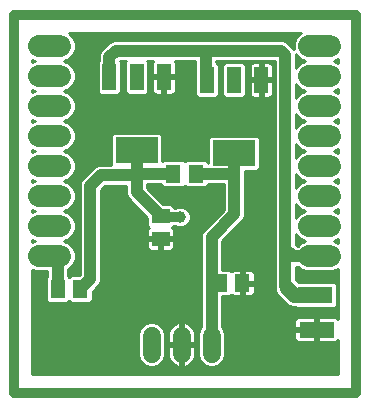
<source format=gtl>
G75*
%MOIN*%
%OFA0B0*%
%FSLAX25Y25*%
%IPPOS*%
%LPD*%
%AMOC8*
5,1,8,0,0,1.08239X$1,22.5*
%
%ADD10C,0.03200*%
%ADD11C,0.07200*%
%ADD12C,0.06000*%
%ADD13R,0.05906X0.05118*%
%ADD14R,0.04800X0.08800*%
%ADD15R,0.14173X0.08661*%
%ADD16R,0.05118X0.06299*%
%ADD17R,0.05118X0.05906*%
%ADD18R,0.11811X0.05354*%
%ADD19C,0.04000*%
%ADD20C,0.05000*%
%ADD21C,0.01000*%
%ADD22C,0.03962*%
D10*
X0002600Y0002600D02*
X0116773Y0002600D01*
X0116773Y0128584D01*
X0002600Y0128584D01*
X0002600Y0002600D01*
X0054100Y0060836D02*
X0054364Y0061100D01*
X0058100Y0061100D01*
D11*
X0018200Y0058100D02*
X0011000Y0058100D01*
X0011000Y0068100D02*
X0018200Y0068100D01*
X0018200Y0078100D02*
X0011000Y0078100D01*
X0011000Y0088100D02*
X0018200Y0088100D01*
X0018200Y0098100D02*
X0011000Y0098100D01*
X0011000Y0108100D02*
X0018200Y0108100D01*
X0018200Y0118100D02*
X0011000Y0118100D01*
X0011000Y0048100D02*
X0018200Y0048100D01*
X0101000Y0048100D02*
X0108200Y0048100D01*
X0108200Y0058100D02*
X0101000Y0058100D01*
X0101000Y0068100D02*
X0108200Y0068100D01*
X0108200Y0078100D02*
X0101000Y0078100D01*
X0101000Y0088100D02*
X0108200Y0088100D01*
X0108200Y0098100D02*
X0101000Y0098100D01*
X0101000Y0108100D02*
X0108200Y0108100D01*
X0108200Y0118100D02*
X0101000Y0118100D01*
D12*
X0068600Y0021600D02*
X0068600Y0015600D01*
X0058600Y0015600D02*
X0058600Y0021600D01*
X0048600Y0021600D02*
X0048600Y0015600D01*
D13*
X0051600Y0053860D03*
X0051600Y0061340D03*
D14*
X0067000Y0106800D03*
X0076100Y0106800D03*
X0085200Y0106800D03*
X0052700Y0107800D03*
X0043600Y0107800D03*
X0034500Y0107800D03*
D15*
X0043600Y0083399D03*
X0076100Y0082399D03*
D16*
X0063340Y0075600D03*
X0055860Y0075600D03*
X0024840Y0037100D03*
X0017360Y0037100D03*
D17*
X0071360Y0039100D03*
X0078840Y0039100D03*
D18*
X0103100Y0035100D03*
X0103600Y0023600D03*
D19*
X0093600Y0037600D02*
X0093100Y0038100D01*
X0093100Y0050600D01*
X0093100Y0115100D01*
X0091600Y0116600D01*
X0066600Y0116600D01*
X0066600Y0107200D01*
X0067000Y0106800D01*
X0066600Y0116600D02*
X0036600Y0116600D01*
X0034500Y0114500D01*
X0034500Y0107800D01*
X0043600Y0083399D02*
X0043600Y0075600D01*
X0055860Y0075600D01*
X0063340Y0075600D02*
X0076100Y0075600D01*
X0076100Y0082399D01*
X0076100Y0075600D02*
X0076100Y0062100D01*
X0068600Y0054600D01*
X0068600Y0038600D01*
X0070860Y0038600D01*
X0071360Y0039100D01*
X0068600Y0038600D02*
X0068600Y0018600D01*
X0095600Y0048100D02*
X0093100Y0050600D01*
X0095600Y0048100D02*
X0104600Y0048100D01*
X0051600Y0061340D02*
X0043600Y0069340D01*
X0043600Y0075100D01*
X0031600Y0075100D01*
X0028100Y0071600D01*
X0028100Y0040360D01*
X0024840Y0037100D01*
X0017360Y0037100D02*
X0017360Y0045340D01*
X0014600Y0048100D01*
X0043600Y0075100D02*
X0043600Y0075600D01*
D20*
X0093600Y0037600D02*
X0096100Y0035100D01*
X0103100Y0035100D01*
D21*
X0097580Y0039277D02*
X0096600Y0040257D01*
X0096600Y0044600D01*
X0097288Y0044600D01*
X0098111Y0043776D01*
X0099986Y0043000D01*
X0109214Y0043000D01*
X0110673Y0043604D01*
X0110673Y0027231D01*
X0110427Y0027477D01*
X0110084Y0027675D01*
X0109703Y0027777D01*
X0104100Y0027777D01*
X0104100Y0024100D01*
X0103100Y0024100D01*
X0103100Y0027777D01*
X0097497Y0027777D01*
X0097116Y0027675D01*
X0096773Y0027477D01*
X0096494Y0027198D01*
X0096297Y0026856D01*
X0096194Y0026475D01*
X0096194Y0024100D01*
X0103100Y0024100D01*
X0103100Y0023100D01*
X0104100Y0023100D01*
X0104100Y0019423D01*
X0109703Y0019423D01*
X0110084Y0019525D01*
X0110427Y0019723D01*
X0110673Y0019969D01*
X0110673Y0008700D01*
X0008700Y0008700D01*
X0008700Y0043533D01*
X0009986Y0043000D01*
X0013860Y0043000D01*
X0013860Y0041430D01*
X0013301Y0040871D01*
X0013301Y0033329D01*
X0014179Y0032450D01*
X0020540Y0032450D01*
X0021100Y0033010D01*
X0021660Y0032450D01*
X0028021Y0032450D01*
X0028899Y0033329D01*
X0028899Y0036209D01*
X0030083Y0037393D01*
X0031067Y0038377D01*
X0031600Y0039664D01*
X0031600Y0070150D01*
X0033050Y0071600D01*
X0040100Y0071600D01*
X0040100Y0068644D01*
X0040633Y0067358D01*
X0047147Y0060843D01*
X0047147Y0058160D01*
X0047707Y0057600D01*
X0047447Y0057340D01*
X0047249Y0056998D01*
X0047147Y0056616D01*
X0047147Y0054360D01*
X0051100Y0054360D01*
X0051100Y0053360D01*
X0047147Y0053360D01*
X0047147Y0051103D01*
X0047249Y0050722D01*
X0047447Y0050380D01*
X0047726Y0050100D01*
X0048068Y0049903D01*
X0048450Y0049801D01*
X0051100Y0049801D01*
X0051100Y0053360D01*
X0052100Y0053360D01*
X0052100Y0054360D01*
X0056053Y0054360D01*
X0056053Y0056616D01*
X0055951Y0056998D01*
X0055753Y0057340D01*
X0055493Y0057600D01*
X0055893Y0058000D01*
X0056488Y0058000D01*
X0057408Y0057619D01*
X0058792Y0057619D01*
X0060072Y0058149D01*
X0061051Y0059128D01*
X0061581Y0060408D01*
X0061581Y0061792D01*
X0061051Y0063072D01*
X0060072Y0064051D01*
X0058792Y0064581D01*
X0057408Y0064581D01*
X0056488Y0064200D01*
X0056053Y0064200D01*
X0056053Y0064521D01*
X0055174Y0065399D01*
X0052491Y0065399D01*
X0047100Y0070790D01*
X0047100Y0072100D01*
X0051801Y0072100D01*
X0051801Y0071829D01*
X0052679Y0070950D01*
X0059040Y0070950D01*
X0059600Y0071510D01*
X0060160Y0070950D01*
X0066521Y0070950D01*
X0067399Y0071829D01*
X0067399Y0072100D01*
X0072600Y0072100D01*
X0072600Y0063550D01*
X0066617Y0057567D01*
X0065633Y0056583D01*
X0065100Y0055296D01*
X0065100Y0024464D01*
X0064785Y0024149D01*
X0064100Y0022495D01*
X0064100Y0014705D01*
X0064785Y0013051D01*
X0066051Y0011785D01*
X0067705Y0011100D01*
X0069495Y0011100D01*
X0071149Y0011785D01*
X0072415Y0013051D01*
X0073100Y0014705D01*
X0073100Y0022495D01*
X0072415Y0024149D01*
X0072100Y0024464D01*
X0072100Y0034647D01*
X0074540Y0034647D01*
X0075100Y0035207D01*
X0075360Y0034947D01*
X0075702Y0034749D01*
X0076084Y0034647D01*
X0078340Y0034647D01*
X0078340Y0038600D01*
X0079340Y0038600D01*
X0079340Y0034647D01*
X0081597Y0034647D01*
X0081978Y0034749D01*
X0082320Y0034947D01*
X0082599Y0035226D01*
X0082797Y0035568D01*
X0082899Y0035950D01*
X0082899Y0038600D01*
X0079340Y0038600D01*
X0079340Y0039600D01*
X0078340Y0039600D01*
X0078340Y0043553D01*
X0076084Y0043553D01*
X0075702Y0043451D01*
X0075360Y0043253D01*
X0075100Y0042993D01*
X0074540Y0043553D01*
X0072100Y0043553D01*
X0072100Y0053150D01*
X0079067Y0060117D01*
X0079600Y0061404D01*
X0079600Y0076569D01*
X0083808Y0076569D01*
X0084687Y0077447D01*
X0084687Y0087351D01*
X0083808Y0088230D01*
X0068392Y0088230D01*
X0067513Y0087351D01*
X0067513Y0079100D01*
X0067399Y0079100D01*
X0067399Y0079371D01*
X0066521Y0080250D01*
X0060160Y0080250D01*
X0059600Y0079690D01*
X0059040Y0080250D01*
X0052679Y0080250D01*
X0052187Y0079757D01*
X0052187Y0088351D01*
X0051308Y0089230D01*
X0035892Y0089230D01*
X0035013Y0088351D01*
X0035013Y0078600D01*
X0030904Y0078600D01*
X0029617Y0078067D01*
X0028633Y0077083D01*
X0025133Y0073583D01*
X0024600Y0072296D01*
X0024600Y0041810D01*
X0024540Y0041750D01*
X0021660Y0041750D01*
X0021100Y0041190D01*
X0020860Y0041430D01*
X0020860Y0043682D01*
X0021089Y0043776D01*
X0022524Y0045211D01*
X0023300Y0047086D01*
X0023300Y0049114D01*
X0022524Y0050989D01*
X0021089Y0052424D01*
X0019456Y0053100D01*
X0021089Y0053776D01*
X0022524Y0055211D01*
X0023300Y0057086D01*
X0023300Y0059114D01*
X0022524Y0060989D01*
X0021089Y0062424D01*
X0019456Y0063100D01*
X0021089Y0063776D01*
X0022524Y0065211D01*
X0023300Y0067086D01*
X0023300Y0069114D01*
X0022524Y0070989D01*
X0021089Y0072424D01*
X0019456Y0073100D01*
X0021089Y0073776D01*
X0022524Y0075211D01*
X0023300Y0077086D01*
X0023300Y0079114D01*
X0022524Y0080989D01*
X0021089Y0082424D01*
X0019456Y0083100D01*
X0021089Y0083776D01*
X0022524Y0085211D01*
X0023300Y0087086D01*
X0023300Y0089114D01*
X0022524Y0090989D01*
X0021089Y0092424D01*
X0019456Y0093100D01*
X0021089Y0093776D01*
X0022524Y0095211D01*
X0023300Y0097086D01*
X0023300Y0099114D01*
X0022524Y0100989D01*
X0021089Y0102424D01*
X0019456Y0103100D01*
X0021089Y0103776D01*
X0022524Y0105211D01*
X0023300Y0107086D01*
X0023300Y0109114D01*
X0022524Y0110989D01*
X0021089Y0112424D01*
X0019456Y0113100D01*
X0021089Y0113776D01*
X0022524Y0115211D01*
X0023300Y0117086D01*
X0023300Y0119114D01*
X0022524Y0120989D01*
X0021089Y0122424D01*
X0020942Y0122484D01*
X0098258Y0122484D01*
X0098111Y0122424D01*
X0096676Y0120989D01*
X0095900Y0119114D01*
X0095900Y0117250D01*
X0093583Y0119567D01*
X0092296Y0120100D01*
X0035904Y0120100D01*
X0034617Y0119567D01*
X0032517Y0117467D01*
X0031533Y0116483D01*
X0031000Y0115196D01*
X0031000Y0113221D01*
X0030600Y0112821D01*
X0030600Y0102779D01*
X0031479Y0101900D01*
X0037521Y0101900D01*
X0038400Y0102779D01*
X0038400Y0112821D01*
X0038121Y0113100D01*
X0039979Y0113100D01*
X0039700Y0112821D01*
X0039700Y0102779D01*
X0040579Y0101900D01*
X0046621Y0101900D01*
X0047500Y0102779D01*
X0047500Y0112821D01*
X0047221Y0113100D01*
X0049088Y0113100D01*
X0048902Y0112779D01*
X0048800Y0112397D01*
X0048800Y0108300D01*
X0052200Y0108300D01*
X0052200Y0107300D01*
X0053200Y0107300D01*
X0053200Y0108300D01*
X0056600Y0108300D01*
X0056600Y0112397D01*
X0056498Y0112779D01*
X0056312Y0113100D01*
X0063100Y0113100D01*
X0063100Y0101779D01*
X0063979Y0100900D01*
X0070021Y0100900D01*
X0070900Y0101779D01*
X0070900Y0111821D01*
X0070100Y0112621D01*
X0070100Y0113100D01*
X0089600Y0113100D01*
X0089600Y0036804D01*
X0090209Y0035334D01*
X0093834Y0031709D01*
X0095304Y0031100D01*
X0096396Y0031100D01*
X0096573Y0030923D01*
X0109627Y0030923D01*
X0110505Y0031802D01*
X0110505Y0038398D01*
X0109627Y0039277D01*
X0097580Y0039277D01*
X0097312Y0039545D02*
X0110673Y0039545D01*
X0110673Y0040543D02*
X0096600Y0040543D01*
X0096600Y0041542D02*
X0110673Y0041542D01*
X0110673Y0042540D02*
X0096600Y0042540D01*
X0096600Y0043539D02*
X0098684Y0043539D01*
X0097350Y0044537D02*
X0096600Y0044537D01*
X0089600Y0044537D02*
X0072100Y0044537D01*
X0072100Y0045536D02*
X0089600Y0045536D01*
X0089600Y0046534D02*
X0072100Y0046534D01*
X0072100Y0047533D02*
X0089600Y0047533D01*
X0089600Y0048532D02*
X0072100Y0048532D01*
X0072100Y0049530D02*
X0089600Y0049530D01*
X0089600Y0050529D02*
X0072100Y0050529D01*
X0072100Y0051527D02*
X0089600Y0051527D01*
X0089600Y0052526D02*
X0072100Y0052526D01*
X0072474Y0053524D02*
X0089600Y0053524D01*
X0089600Y0054523D02*
X0073472Y0054523D01*
X0074471Y0055521D02*
X0089600Y0055521D01*
X0089600Y0056520D02*
X0075469Y0056520D01*
X0076468Y0057518D02*
X0089600Y0057518D01*
X0089600Y0058517D02*
X0077466Y0058517D01*
X0078465Y0059515D02*
X0089600Y0059515D01*
X0089600Y0060514D02*
X0079231Y0060514D01*
X0079600Y0061512D02*
X0089600Y0061512D01*
X0089600Y0062511D02*
X0079600Y0062511D01*
X0079600Y0063509D02*
X0089600Y0063509D01*
X0089600Y0064508D02*
X0079600Y0064508D01*
X0079600Y0065506D02*
X0089600Y0065506D01*
X0089600Y0066505D02*
X0079600Y0066505D01*
X0079600Y0067503D02*
X0089600Y0067503D01*
X0089600Y0068502D02*
X0079600Y0068502D01*
X0079600Y0069500D02*
X0089600Y0069500D01*
X0089600Y0070499D02*
X0079600Y0070499D01*
X0079600Y0071497D02*
X0089600Y0071497D01*
X0089600Y0072496D02*
X0079600Y0072496D01*
X0079600Y0073494D02*
X0089600Y0073494D01*
X0089600Y0074493D02*
X0079600Y0074493D01*
X0079600Y0075491D02*
X0089600Y0075491D01*
X0089600Y0076490D02*
X0079600Y0076490D01*
X0084687Y0077488D02*
X0089600Y0077488D01*
X0089600Y0078487D02*
X0084687Y0078487D01*
X0084687Y0079485D02*
X0089600Y0079485D01*
X0089600Y0080484D02*
X0084687Y0080484D01*
X0084687Y0081482D02*
X0089600Y0081482D01*
X0089600Y0082481D02*
X0084687Y0082481D01*
X0084687Y0083479D02*
X0089600Y0083479D01*
X0089600Y0084478D02*
X0084687Y0084478D01*
X0084687Y0085476D02*
X0089600Y0085476D01*
X0089600Y0086475D02*
X0084687Y0086475D01*
X0084564Y0087473D02*
X0089600Y0087473D01*
X0089600Y0088472D02*
X0052066Y0088472D01*
X0052187Y0087473D02*
X0067636Y0087473D01*
X0067513Y0086475D02*
X0052187Y0086475D01*
X0052187Y0085476D02*
X0067513Y0085476D01*
X0067513Y0084478D02*
X0052187Y0084478D01*
X0052187Y0083479D02*
X0067513Y0083479D01*
X0067513Y0082481D02*
X0052187Y0082481D01*
X0052187Y0081482D02*
X0067513Y0081482D01*
X0067513Y0080484D02*
X0052187Y0080484D01*
X0052133Y0071497D02*
X0047100Y0071497D01*
X0047391Y0070499D02*
X0072600Y0070499D01*
X0072600Y0071497D02*
X0067067Y0071497D01*
X0072600Y0069500D02*
X0048390Y0069500D01*
X0049388Y0068502D02*
X0072600Y0068502D01*
X0072600Y0067503D02*
X0050387Y0067503D01*
X0051385Y0066505D02*
X0072600Y0066505D01*
X0072600Y0065506D02*
X0052384Y0065506D01*
X0056053Y0064508D02*
X0057230Y0064508D01*
X0058970Y0064508D02*
X0072600Y0064508D01*
X0072559Y0063509D02*
X0060614Y0063509D01*
X0061284Y0062511D02*
X0071561Y0062511D01*
X0070562Y0061512D02*
X0061581Y0061512D01*
X0061581Y0060514D02*
X0069564Y0060514D01*
X0068565Y0059515D02*
X0061211Y0059515D01*
X0060440Y0058517D02*
X0067567Y0058517D01*
X0066568Y0057518D02*
X0055575Y0057518D01*
X0056053Y0056520D02*
X0065607Y0056520D01*
X0065193Y0055521D02*
X0056053Y0055521D01*
X0056053Y0054523D02*
X0065100Y0054523D01*
X0065100Y0053524D02*
X0052100Y0053524D01*
X0052100Y0053360D02*
X0056053Y0053360D01*
X0056053Y0051103D01*
X0055951Y0050722D01*
X0055753Y0050380D01*
X0055474Y0050100D01*
X0055132Y0049903D01*
X0054750Y0049801D01*
X0052100Y0049801D01*
X0052100Y0053360D01*
X0052100Y0052526D02*
X0051100Y0052526D01*
X0051100Y0053524D02*
X0031600Y0053524D01*
X0031600Y0052526D02*
X0047147Y0052526D01*
X0047147Y0051527D02*
X0031600Y0051527D01*
X0031600Y0050529D02*
X0047361Y0050529D01*
X0051100Y0050529D02*
X0052100Y0050529D01*
X0052100Y0051527D02*
X0051100Y0051527D01*
X0047147Y0054523D02*
X0031600Y0054523D01*
X0031600Y0055521D02*
X0047147Y0055521D01*
X0047147Y0056520D02*
X0031600Y0056520D01*
X0031600Y0057518D02*
X0047625Y0057518D01*
X0047147Y0058517D02*
X0031600Y0058517D01*
X0031600Y0059515D02*
X0047147Y0059515D01*
X0047147Y0060514D02*
X0031600Y0060514D01*
X0031600Y0061512D02*
X0046478Y0061512D01*
X0045480Y0062511D02*
X0031600Y0062511D01*
X0031600Y0063509D02*
X0044481Y0063509D01*
X0043483Y0064508D02*
X0031600Y0064508D01*
X0031600Y0065506D02*
X0042484Y0065506D01*
X0041486Y0066505D02*
X0031600Y0066505D01*
X0031600Y0067503D02*
X0040572Y0067503D01*
X0040159Y0068502D02*
X0031600Y0068502D01*
X0031600Y0069500D02*
X0040100Y0069500D01*
X0040100Y0070499D02*
X0031949Y0070499D01*
X0032947Y0071497D02*
X0040100Y0071497D01*
X0035013Y0079485D02*
X0023146Y0079485D01*
X0023300Y0078487D02*
X0030631Y0078487D01*
X0029039Y0077488D02*
X0023300Y0077488D01*
X0023053Y0076490D02*
X0028040Y0076490D01*
X0027042Y0075491D02*
X0022640Y0075491D01*
X0021805Y0074493D02*
X0026043Y0074493D01*
X0025096Y0073494D02*
X0020408Y0073494D01*
X0020915Y0072496D02*
X0024683Y0072496D01*
X0024600Y0071497D02*
X0022015Y0071497D01*
X0022727Y0070499D02*
X0024600Y0070499D01*
X0024600Y0069500D02*
X0023140Y0069500D01*
X0023300Y0068502D02*
X0024600Y0068502D01*
X0024600Y0067503D02*
X0023300Y0067503D01*
X0023059Y0066505D02*
X0024600Y0066505D01*
X0024600Y0065506D02*
X0022646Y0065506D01*
X0021820Y0064508D02*
X0024600Y0064508D01*
X0024600Y0063509D02*
X0020444Y0063509D01*
X0020879Y0062511D02*
X0024600Y0062511D01*
X0024600Y0061512D02*
X0022000Y0061512D01*
X0022720Y0060514D02*
X0024600Y0060514D01*
X0024600Y0059515D02*
X0023134Y0059515D01*
X0023300Y0058517D02*
X0024600Y0058517D01*
X0024600Y0057518D02*
X0023300Y0057518D01*
X0023066Y0056520D02*
X0024600Y0056520D01*
X0024600Y0055521D02*
X0022652Y0055521D01*
X0021835Y0054523D02*
X0024600Y0054523D01*
X0024600Y0053524D02*
X0020480Y0053524D01*
X0020843Y0052526D02*
X0024600Y0052526D01*
X0024600Y0051527D02*
X0021985Y0051527D01*
X0022714Y0050529D02*
X0024600Y0050529D01*
X0024600Y0049530D02*
X0023128Y0049530D01*
X0023300Y0048532D02*
X0024600Y0048532D01*
X0024600Y0047533D02*
X0023300Y0047533D01*
X0023072Y0046534D02*
X0024600Y0046534D01*
X0024600Y0045536D02*
X0022658Y0045536D01*
X0021850Y0044537D02*
X0024600Y0044537D01*
X0024600Y0043539D02*
X0020860Y0043539D01*
X0020860Y0042540D02*
X0024600Y0042540D01*
X0021452Y0041542D02*
X0020860Y0041542D01*
X0013860Y0041542D02*
X0008700Y0041542D01*
X0008700Y0042540D02*
X0013860Y0042540D01*
X0013301Y0040543D02*
X0008700Y0040543D01*
X0008700Y0039545D02*
X0013301Y0039545D01*
X0013301Y0038546D02*
X0008700Y0038546D01*
X0008700Y0037548D02*
X0013301Y0037548D01*
X0013301Y0036549D02*
X0008700Y0036549D01*
X0008700Y0035551D02*
X0013301Y0035551D01*
X0013301Y0034552D02*
X0008700Y0034552D01*
X0008700Y0033554D02*
X0013301Y0033554D01*
X0014075Y0032555D02*
X0008700Y0032555D01*
X0008700Y0031557D02*
X0065100Y0031557D01*
X0065100Y0032555D02*
X0028125Y0032555D01*
X0028899Y0033554D02*
X0065100Y0033554D01*
X0065100Y0034552D02*
X0028899Y0034552D01*
X0028899Y0035551D02*
X0065100Y0035551D01*
X0065100Y0036549D02*
X0029239Y0036549D01*
X0030238Y0037548D02*
X0065100Y0037548D01*
X0065100Y0038546D02*
X0031137Y0038546D01*
X0031551Y0039545D02*
X0065100Y0039545D01*
X0065100Y0040543D02*
X0031600Y0040543D01*
X0031600Y0041542D02*
X0065100Y0041542D01*
X0065100Y0042540D02*
X0031600Y0042540D01*
X0031600Y0043539D02*
X0065100Y0043539D01*
X0065100Y0044537D02*
X0031600Y0044537D01*
X0031600Y0045536D02*
X0065100Y0045536D01*
X0065100Y0046534D02*
X0031600Y0046534D01*
X0031600Y0047533D02*
X0065100Y0047533D01*
X0065100Y0048532D02*
X0031600Y0048532D01*
X0031600Y0049530D02*
X0065100Y0049530D01*
X0065100Y0050529D02*
X0055839Y0050529D01*
X0056053Y0051527D02*
X0065100Y0051527D01*
X0065100Y0052526D02*
X0056053Y0052526D01*
X0054100Y0060836D02*
X0053596Y0061340D01*
X0051600Y0061340D01*
X0059587Y0071497D02*
X0059613Y0071497D01*
X0067285Y0079485D02*
X0067513Y0079485D01*
X0073079Y0100900D02*
X0079121Y0100900D01*
X0080000Y0101779D01*
X0080000Y0111821D01*
X0079121Y0112700D01*
X0073079Y0112700D01*
X0072200Y0111821D01*
X0072200Y0101779D01*
X0073079Y0100900D01*
X0072526Y0101453D02*
X0070574Y0101453D01*
X0070900Y0102451D02*
X0072200Y0102451D01*
X0072200Y0103450D02*
X0070900Y0103450D01*
X0070900Y0104448D02*
X0072200Y0104448D01*
X0072200Y0105447D02*
X0070900Y0105447D01*
X0070900Y0106445D02*
X0072200Y0106445D01*
X0072200Y0107444D02*
X0070900Y0107444D01*
X0070900Y0108442D02*
X0072200Y0108442D01*
X0072200Y0109441D02*
X0070900Y0109441D01*
X0070900Y0110439D02*
X0072200Y0110439D01*
X0072200Y0111438D02*
X0070900Y0111438D01*
X0070285Y0112436D02*
X0072815Y0112436D01*
X0079385Y0112436D02*
X0081941Y0112436D01*
X0081879Y0112400D02*
X0081600Y0112121D01*
X0081402Y0111779D01*
X0081300Y0111397D01*
X0081300Y0107300D01*
X0084700Y0107300D01*
X0084700Y0112700D01*
X0082603Y0112700D01*
X0082221Y0112598D01*
X0081879Y0112400D01*
X0081311Y0111438D02*
X0080000Y0111438D01*
X0080000Y0110439D02*
X0081300Y0110439D01*
X0081300Y0109441D02*
X0080000Y0109441D01*
X0080000Y0108442D02*
X0081300Y0108442D01*
X0081300Y0107444D02*
X0080000Y0107444D01*
X0080000Y0106445D02*
X0084700Y0106445D01*
X0084700Y0106300D02*
X0081300Y0106300D01*
X0081300Y0102203D01*
X0081402Y0101821D01*
X0081600Y0101479D01*
X0081879Y0101200D01*
X0082221Y0101002D01*
X0082603Y0100900D01*
X0084700Y0100900D01*
X0084700Y0106300D01*
X0084700Y0107300D01*
X0085700Y0107300D01*
X0085700Y0112700D01*
X0087797Y0112700D01*
X0088179Y0112598D01*
X0088521Y0112400D01*
X0088800Y0112121D01*
X0088998Y0111779D01*
X0089100Y0111397D01*
X0089100Y0107300D01*
X0085700Y0107300D01*
X0085700Y0106300D01*
X0089100Y0106300D01*
X0089100Y0102203D01*
X0088998Y0101821D01*
X0088800Y0101479D01*
X0088521Y0101200D01*
X0088179Y0101002D01*
X0087797Y0100900D01*
X0085700Y0100900D01*
X0085700Y0106300D01*
X0084700Y0106300D01*
X0084700Y0105447D02*
X0085700Y0105447D01*
X0085700Y0106445D02*
X0089600Y0106445D01*
X0089600Y0105447D02*
X0089100Y0105447D01*
X0089100Y0104448D02*
X0089600Y0104448D01*
X0089600Y0103450D02*
X0089100Y0103450D01*
X0089100Y0102451D02*
X0089600Y0102451D01*
X0089600Y0101453D02*
X0088774Y0101453D01*
X0089600Y0100454D02*
X0022745Y0100454D01*
X0023159Y0099456D02*
X0089600Y0099456D01*
X0089600Y0098457D02*
X0023300Y0098457D01*
X0023300Y0097459D02*
X0089600Y0097459D01*
X0089600Y0096460D02*
X0023041Y0096460D01*
X0022627Y0095462D02*
X0089600Y0095462D01*
X0089600Y0094463D02*
X0021776Y0094463D01*
X0020336Y0093465D02*
X0089600Y0093465D01*
X0089600Y0092466D02*
X0020986Y0092466D01*
X0022045Y0091468D02*
X0089600Y0091468D01*
X0089600Y0090469D02*
X0022739Y0090469D01*
X0023153Y0089470D02*
X0089600Y0089470D01*
X0096600Y0090804D02*
X0096600Y0095396D01*
X0096676Y0095211D01*
X0098111Y0093776D01*
X0099744Y0093100D01*
X0098111Y0092424D01*
X0096676Y0090989D01*
X0096600Y0090804D01*
X0096600Y0091468D02*
X0097155Y0091468D01*
X0096600Y0092466D02*
X0098214Y0092466D01*
X0098864Y0093465D02*
X0096600Y0093465D01*
X0096600Y0094463D02*
X0097424Y0094463D01*
X0096600Y0100804D02*
X0096600Y0105396D01*
X0096676Y0105211D01*
X0098111Y0103776D01*
X0099744Y0103100D01*
X0098111Y0102424D01*
X0096676Y0100989D01*
X0096600Y0100804D01*
X0096600Y0101453D02*
X0097140Y0101453D01*
X0096600Y0102451D02*
X0098178Y0102451D01*
X0098900Y0103450D02*
X0096600Y0103450D01*
X0096600Y0104448D02*
X0097439Y0104448D01*
X0096600Y0110804D02*
X0096600Y0115396D01*
X0096676Y0115211D01*
X0098111Y0113776D01*
X0099744Y0113100D01*
X0098111Y0112424D01*
X0096676Y0110989D01*
X0096600Y0110804D01*
X0096600Y0111438D02*
X0097125Y0111438D01*
X0096600Y0112436D02*
X0098142Y0112436D01*
X0098936Y0113435D02*
X0096600Y0113435D01*
X0096600Y0114433D02*
X0097454Y0114433D01*
X0095900Y0117429D02*
X0095721Y0117429D01*
X0095900Y0118427D02*
X0094722Y0118427D01*
X0093724Y0119426D02*
X0096029Y0119426D01*
X0096443Y0120424D02*
X0022757Y0120424D01*
X0023171Y0119426D02*
X0034476Y0119426D01*
X0033478Y0118427D02*
X0023300Y0118427D01*
X0023300Y0117429D02*
X0032479Y0117429D01*
X0032517Y0117467D02*
X0032517Y0117467D01*
X0031511Y0116430D02*
X0023029Y0116430D01*
X0022615Y0115432D02*
X0031098Y0115432D01*
X0031000Y0114433D02*
X0021746Y0114433D01*
X0020264Y0113435D02*
X0031000Y0113435D01*
X0030600Y0112436D02*
X0021058Y0112436D01*
X0022075Y0111438D02*
X0030600Y0111438D01*
X0030600Y0110439D02*
X0022751Y0110439D01*
X0023165Y0109441D02*
X0030600Y0109441D01*
X0030600Y0108442D02*
X0023300Y0108442D01*
X0023300Y0107444D02*
X0030600Y0107444D01*
X0030600Y0106445D02*
X0023035Y0106445D01*
X0022621Y0105447D02*
X0030600Y0105447D01*
X0030600Y0104448D02*
X0021761Y0104448D01*
X0020300Y0103450D02*
X0030600Y0103450D01*
X0030928Y0102451D02*
X0021022Y0102451D01*
X0022060Y0101453D02*
X0063426Y0101453D01*
X0063100Y0102451D02*
X0056272Y0102451D01*
X0056300Y0102479D02*
X0056498Y0102821D01*
X0056600Y0103203D01*
X0056600Y0107300D01*
X0053200Y0107300D01*
X0053200Y0101900D01*
X0055297Y0101900D01*
X0055679Y0102002D01*
X0056021Y0102200D01*
X0056300Y0102479D01*
X0056600Y0103450D02*
X0063100Y0103450D01*
X0063100Y0104448D02*
X0056600Y0104448D01*
X0056600Y0105447D02*
X0063100Y0105447D01*
X0063100Y0106445D02*
X0056600Y0106445D01*
X0056600Y0108442D02*
X0063100Y0108442D01*
X0063100Y0107444D02*
X0053200Y0107444D01*
X0053200Y0106445D02*
X0052200Y0106445D01*
X0052200Y0107300D02*
X0052200Y0101900D01*
X0050103Y0101900D01*
X0049721Y0102002D01*
X0049379Y0102200D01*
X0049100Y0102479D01*
X0048902Y0102821D01*
X0048800Y0103203D01*
X0048800Y0107300D01*
X0052200Y0107300D01*
X0052200Y0107444D02*
X0047500Y0107444D01*
X0047500Y0108442D02*
X0048800Y0108442D01*
X0048800Y0109441D02*
X0047500Y0109441D01*
X0047500Y0110439D02*
X0048800Y0110439D01*
X0048800Y0111438D02*
X0047500Y0111438D01*
X0047500Y0112436D02*
X0048810Y0112436D01*
X0048800Y0106445D02*
X0047500Y0106445D01*
X0047500Y0105447D02*
X0048800Y0105447D01*
X0048800Y0104448D02*
X0047500Y0104448D01*
X0047500Y0103450D02*
X0048800Y0103450D01*
X0049128Y0102451D02*
X0047172Y0102451D01*
X0052200Y0102451D02*
X0053200Y0102451D01*
X0053200Y0103450D02*
X0052200Y0103450D01*
X0052200Y0104448D02*
X0053200Y0104448D01*
X0053200Y0105447D02*
X0052200Y0105447D01*
X0056600Y0109441D02*
X0063100Y0109441D01*
X0063100Y0110439D02*
X0056600Y0110439D01*
X0056600Y0111438D02*
X0063100Y0111438D01*
X0063100Y0112436D02*
X0056590Y0112436D01*
X0039700Y0112436D02*
X0038400Y0112436D01*
X0038400Y0111438D02*
X0039700Y0111438D01*
X0039700Y0110439D02*
X0038400Y0110439D01*
X0038400Y0109441D02*
X0039700Y0109441D01*
X0039700Y0108442D02*
X0038400Y0108442D01*
X0038400Y0107444D02*
X0039700Y0107444D01*
X0039700Y0106445D02*
X0038400Y0106445D01*
X0038400Y0105447D02*
X0039700Y0105447D01*
X0039700Y0104448D02*
X0038400Y0104448D01*
X0038400Y0103450D02*
X0039700Y0103450D01*
X0040028Y0102451D02*
X0038072Y0102451D01*
X0035134Y0088472D02*
X0023300Y0088472D01*
X0023300Y0087473D02*
X0035013Y0087473D01*
X0035013Y0086475D02*
X0023047Y0086475D01*
X0022633Y0085476D02*
X0035013Y0085476D01*
X0035013Y0084478D02*
X0021790Y0084478D01*
X0020372Y0083479D02*
X0035013Y0083479D01*
X0035013Y0082481D02*
X0020950Y0082481D01*
X0022030Y0081482D02*
X0035013Y0081482D01*
X0035013Y0080484D02*
X0022733Y0080484D01*
X0009744Y0083100D02*
X0008700Y0082667D01*
X0008700Y0083532D01*
X0009744Y0083100D01*
X0008828Y0083479D02*
X0008700Y0083479D01*
X0008700Y0092667D02*
X0009744Y0093100D01*
X0008700Y0093532D01*
X0008700Y0092667D01*
X0008700Y0093465D02*
X0008864Y0093465D01*
X0008700Y0102667D02*
X0009744Y0103100D01*
X0008700Y0103532D01*
X0008700Y0102667D01*
X0008700Y0103450D02*
X0008900Y0103450D01*
X0008700Y0112667D02*
X0009744Y0113100D01*
X0008700Y0113532D01*
X0008700Y0112667D01*
X0008700Y0113435D02*
X0008936Y0113435D01*
X0021091Y0122421D02*
X0098109Y0122421D01*
X0097110Y0121423D02*
X0022090Y0121423D01*
X0008700Y0073533D02*
X0009744Y0073100D01*
X0008700Y0072667D01*
X0008700Y0073533D01*
X0008700Y0073494D02*
X0008792Y0073494D01*
X0008700Y0063533D02*
X0009744Y0063100D01*
X0008700Y0062667D01*
X0008700Y0063533D01*
X0008700Y0063509D02*
X0008756Y0063509D01*
X0008700Y0053533D02*
X0009744Y0053100D01*
X0008700Y0052667D01*
X0008700Y0053533D01*
X0008700Y0053524D02*
X0008720Y0053524D01*
X0020645Y0032555D02*
X0021555Y0032555D01*
X0008700Y0030558D02*
X0065100Y0030558D01*
X0065100Y0029560D02*
X0008700Y0029560D01*
X0008700Y0028561D02*
X0065100Y0028561D01*
X0065100Y0027563D02*
X0008700Y0027563D01*
X0008700Y0026564D02*
X0065100Y0026564D01*
X0065100Y0025566D02*
X0060729Y0025566D01*
X0060959Y0025449D02*
X0060327Y0025770D01*
X0059654Y0025989D01*
X0059100Y0026077D01*
X0059100Y0019100D01*
X0058100Y0019100D01*
X0058100Y0026077D01*
X0057546Y0025989D01*
X0056873Y0025770D01*
X0056241Y0025449D01*
X0055668Y0025032D01*
X0055168Y0024532D01*
X0054751Y0023959D01*
X0054430Y0023327D01*
X0054211Y0022654D01*
X0054100Y0021954D01*
X0054100Y0019100D01*
X0058100Y0019100D01*
X0058100Y0018100D01*
X0054100Y0018100D01*
X0054100Y0015246D01*
X0054211Y0014546D01*
X0054430Y0013873D01*
X0054751Y0013241D01*
X0055168Y0012668D01*
X0055668Y0012168D01*
X0056241Y0011751D01*
X0056873Y0011430D01*
X0057546Y0011211D01*
X0058100Y0011123D01*
X0058100Y0018100D01*
X0059100Y0018100D01*
X0059100Y0019100D01*
X0063100Y0019100D01*
X0063100Y0021954D01*
X0062989Y0022654D01*
X0062770Y0023327D01*
X0062449Y0023959D01*
X0062032Y0024532D01*
X0061532Y0025032D01*
X0060959Y0025449D01*
X0061997Y0024567D02*
X0065100Y0024567D01*
X0064545Y0023569D02*
X0062647Y0023569D01*
X0063002Y0022570D02*
X0064131Y0022570D01*
X0064100Y0021572D02*
X0063100Y0021572D01*
X0063100Y0020573D02*
X0064100Y0020573D01*
X0064100Y0019575D02*
X0063100Y0019575D01*
X0064100Y0018576D02*
X0059100Y0018576D01*
X0059100Y0018100D02*
X0063100Y0018100D01*
X0063100Y0015246D01*
X0062989Y0014546D01*
X0062770Y0013873D01*
X0062449Y0013241D01*
X0062032Y0012668D01*
X0061532Y0012168D01*
X0060959Y0011751D01*
X0060327Y0011430D01*
X0059654Y0011211D01*
X0059100Y0011123D01*
X0059100Y0018100D01*
X0059100Y0017578D02*
X0058100Y0017578D01*
X0058100Y0018576D02*
X0053100Y0018576D01*
X0053100Y0017578D02*
X0054100Y0017578D01*
X0054100Y0016579D02*
X0053100Y0016579D01*
X0053100Y0015581D02*
X0054100Y0015581D01*
X0054205Y0014582D02*
X0053049Y0014582D01*
X0053100Y0014705D02*
X0052415Y0013051D01*
X0051149Y0011785D01*
X0049495Y0011100D01*
X0047705Y0011100D01*
X0046051Y0011785D01*
X0044785Y0013051D01*
X0044100Y0014705D01*
X0044100Y0022495D01*
X0044785Y0024149D01*
X0046051Y0025415D01*
X0047705Y0026100D01*
X0049495Y0026100D01*
X0051149Y0025415D01*
X0052415Y0024149D01*
X0053100Y0022495D01*
X0053100Y0014705D01*
X0052636Y0013584D02*
X0054577Y0013584D01*
X0055251Y0012585D02*
X0051949Y0012585D01*
X0050670Y0011587D02*
X0056565Y0011587D01*
X0058100Y0011587D02*
X0059100Y0011587D01*
X0059100Y0012585D02*
X0058100Y0012585D01*
X0058100Y0013584D02*
X0059100Y0013584D01*
X0059100Y0014582D02*
X0058100Y0014582D01*
X0058100Y0015581D02*
X0059100Y0015581D01*
X0059100Y0016579D02*
X0058100Y0016579D01*
X0058100Y0019575D02*
X0059100Y0019575D01*
X0059100Y0020573D02*
X0058100Y0020573D01*
X0058100Y0021572D02*
X0059100Y0021572D01*
X0059100Y0022570D02*
X0058100Y0022570D01*
X0058100Y0023569D02*
X0059100Y0023569D01*
X0059100Y0024567D02*
X0058100Y0024567D01*
X0058100Y0025566D02*
X0059100Y0025566D01*
X0056471Y0025566D02*
X0050785Y0025566D01*
X0051997Y0024567D02*
X0055203Y0024567D01*
X0054553Y0023569D02*
X0052655Y0023569D01*
X0053069Y0022570D02*
X0054198Y0022570D01*
X0054100Y0021572D02*
X0053100Y0021572D01*
X0053100Y0020573D02*
X0054100Y0020573D01*
X0054100Y0019575D02*
X0053100Y0019575D01*
X0046415Y0025566D02*
X0008700Y0025566D01*
X0008700Y0024567D02*
X0045203Y0024567D01*
X0044545Y0023569D02*
X0008700Y0023569D01*
X0008700Y0022570D02*
X0044131Y0022570D01*
X0044100Y0021572D02*
X0008700Y0021572D01*
X0008700Y0020573D02*
X0044100Y0020573D01*
X0044100Y0019575D02*
X0008700Y0019575D01*
X0008700Y0018576D02*
X0044100Y0018576D01*
X0044100Y0017578D02*
X0008700Y0017578D01*
X0008700Y0016579D02*
X0044100Y0016579D01*
X0044100Y0015581D02*
X0008700Y0015581D01*
X0008700Y0014582D02*
X0044151Y0014582D01*
X0044564Y0013584D02*
X0008700Y0013584D01*
X0008700Y0012585D02*
X0045251Y0012585D01*
X0046530Y0011587D02*
X0008700Y0011587D01*
X0008700Y0010588D02*
X0110673Y0010588D01*
X0110673Y0009590D02*
X0008700Y0009590D01*
X0060635Y0011587D02*
X0066530Y0011587D01*
X0065251Y0012585D02*
X0061949Y0012585D01*
X0062623Y0013584D02*
X0064564Y0013584D01*
X0064151Y0014582D02*
X0062995Y0014582D01*
X0063100Y0015581D02*
X0064100Y0015581D01*
X0064100Y0016579D02*
X0063100Y0016579D01*
X0063100Y0017578D02*
X0064100Y0017578D01*
X0070670Y0011587D02*
X0110673Y0011587D01*
X0110673Y0012585D02*
X0071949Y0012585D01*
X0072636Y0013584D02*
X0110673Y0013584D01*
X0110673Y0014582D02*
X0073049Y0014582D01*
X0073100Y0015581D02*
X0110673Y0015581D01*
X0110673Y0016579D02*
X0073100Y0016579D01*
X0073100Y0017578D02*
X0110673Y0017578D01*
X0110673Y0018576D02*
X0073100Y0018576D01*
X0073100Y0019575D02*
X0097030Y0019575D01*
X0097116Y0019525D02*
X0097497Y0019423D01*
X0103100Y0019423D01*
X0103100Y0023100D01*
X0096194Y0023100D01*
X0096194Y0020725D01*
X0096297Y0020344D01*
X0096494Y0020002D01*
X0096773Y0019723D01*
X0097116Y0019525D01*
X0096235Y0020573D02*
X0073100Y0020573D01*
X0073100Y0021572D02*
X0096194Y0021572D01*
X0096194Y0022570D02*
X0073069Y0022570D01*
X0072655Y0023569D02*
X0103100Y0023569D01*
X0103100Y0024567D02*
X0104100Y0024567D01*
X0104100Y0025566D02*
X0103100Y0025566D01*
X0103100Y0026564D02*
X0104100Y0026564D01*
X0104100Y0027563D02*
X0103100Y0027563D01*
X0103100Y0022570D02*
X0104100Y0022570D01*
X0104100Y0021572D02*
X0103100Y0021572D01*
X0103100Y0020573D02*
X0104100Y0020573D01*
X0104100Y0019575D02*
X0103100Y0019575D01*
X0110170Y0019575D02*
X0110673Y0019575D01*
X0110673Y0027563D02*
X0110279Y0027563D01*
X0110673Y0028561D02*
X0072100Y0028561D01*
X0072100Y0027563D02*
X0096921Y0027563D01*
X0096219Y0026564D02*
X0072100Y0026564D01*
X0072100Y0025566D02*
X0096194Y0025566D01*
X0096194Y0024567D02*
X0072100Y0024567D01*
X0072100Y0029560D02*
X0110673Y0029560D01*
X0110673Y0030558D02*
X0072100Y0030558D01*
X0072100Y0031557D02*
X0094201Y0031557D01*
X0092988Y0032555D02*
X0072100Y0032555D01*
X0072100Y0033554D02*
X0091989Y0033554D01*
X0090991Y0034552D02*
X0072100Y0034552D01*
X0078340Y0035551D02*
X0079340Y0035551D01*
X0079340Y0036549D02*
X0078340Y0036549D01*
X0078340Y0037548D02*
X0079340Y0037548D01*
X0079340Y0038546D02*
X0078340Y0038546D01*
X0079340Y0039545D02*
X0089600Y0039545D01*
X0089600Y0040543D02*
X0082899Y0040543D01*
X0082899Y0039600D02*
X0082899Y0042250D01*
X0082797Y0042632D01*
X0082599Y0042974D01*
X0082320Y0043253D01*
X0081978Y0043451D01*
X0081597Y0043553D01*
X0079340Y0043553D01*
X0079340Y0039600D01*
X0082899Y0039600D01*
X0082899Y0038546D02*
X0089600Y0038546D01*
X0089600Y0037548D02*
X0082899Y0037548D01*
X0082899Y0036549D02*
X0089706Y0036549D01*
X0090119Y0035551D02*
X0082787Y0035551D01*
X0079340Y0040543D02*
X0078340Y0040543D01*
X0078340Y0041542D02*
X0079340Y0041542D01*
X0079340Y0042540D02*
X0078340Y0042540D01*
X0078340Y0043539D02*
X0079340Y0043539D01*
X0081648Y0043539D02*
X0089600Y0043539D01*
X0089600Y0042540D02*
X0082821Y0042540D01*
X0082899Y0041542D02*
X0089600Y0041542D01*
X0097050Y0051600D02*
X0096600Y0052050D01*
X0096600Y0055502D01*
X0096638Y0055427D01*
X0097110Y0054778D01*
X0097678Y0054210D01*
X0098327Y0053738D01*
X0099042Y0053374D01*
X0099806Y0053126D01*
X0098111Y0052424D01*
X0097288Y0051600D01*
X0097050Y0051600D01*
X0096600Y0052526D02*
X0098357Y0052526D01*
X0098747Y0053524D02*
X0096600Y0053524D01*
X0096600Y0054523D02*
X0097365Y0054523D01*
X0099806Y0053126D02*
X0099806Y0053126D01*
X0096600Y0060698D02*
X0096600Y0065396D01*
X0096676Y0065211D01*
X0098111Y0063776D01*
X0099806Y0063074D01*
X0099806Y0063074D01*
X0099042Y0062826D01*
X0098327Y0062462D01*
X0097678Y0061990D01*
X0097110Y0061422D01*
X0096638Y0060773D01*
X0096600Y0060698D01*
X0096600Y0061512D02*
X0097200Y0061512D01*
X0096600Y0062511D02*
X0098423Y0062511D01*
X0098756Y0063509D02*
X0096600Y0063509D01*
X0096600Y0064508D02*
X0097380Y0064508D01*
X0096600Y0070804D02*
X0096600Y0075396D01*
X0096676Y0075211D01*
X0098111Y0073776D01*
X0099744Y0073100D01*
X0098111Y0072424D01*
X0096676Y0070989D01*
X0096600Y0070804D01*
X0096600Y0071497D02*
X0097185Y0071497D01*
X0096600Y0072496D02*
X0098285Y0072496D01*
X0098792Y0073494D02*
X0096600Y0073494D01*
X0096600Y0074493D02*
X0097395Y0074493D01*
X0096600Y0080804D02*
X0096600Y0085396D01*
X0096676Y0085211D01*
X0098111Y0083776D01*
X0099744Y0083100D01*
X0098111Y0082424D01*
X0096676Y0080989D01*
X0096600Y0080804D01*
X0096600Y0081482D02*
X0097170Y0081482D01*
X0096600Y0082481D02*
X0098250Y0082481D01*
X0098828Y0083479D02*
X0096600Y0083479D01*
X0096600Y0084478D02*
X0097410Y0084478D01*
X0109456Y0083100D02*
X0110673Y0083604D01*
X0110673Y0082596D01*
X0109456Y0083100D01*
X0110372Y0083479D02*
X0110673Y0083479D01*
X0110673Y0092596D02*
X0109456Y0093100D01*
X0110673Y0093604D01*
X0110673Y0092596D01*
X0110673Y0093465D02*
X0110336Y0093465D01*
X0110673Y0102596D02*
X0109456Y0103100D01*
X0110673Y0103604D01*
X0110673Y0102596D01*
X0110673Y0103450D02*
X0110300Y0103450D01*
X0110673Y0112596D02*
X0110673Y0113604D01*
X0109456Y0113100D01*
X0110673Y0112596D01*
X0110673Y0113435D02*
X0110264Y0113435D01*
X0089600Y0112436D02*
X0088459Y0112436D01*
X0089089Y0111438D02*
X0089600Y0111438D01*
X0089600Y0110439D02*
X0089100Y0110439D01*
X0089100Y0109441D02*
X0089600Y0109441D01*
X0089600Y0108442D02*
X0089100Y0108442D01*
X0089100Y0107444D02*
X0089600Y0107444D01*
X0085700Y0107444D02*
X0084700Y0107444D01*
X0084700Y0108442D02*
X0085700Y0108442D01*
X0085700Y0109441D02*
X0084700Y0109441D01*
X0084700Y0110439D02*
X0085700Y0110439D01*
X0085700Y0111438D02*
X0084700Y0111438D01*
X0084700Y0112436D02*
X0085700Y0112436D01*
X0081300Y0105447D02*
X0080000Y0105447D01*
X0080000Y0104448D02*
X0081300Y0104448D01*
X0081300Y0103450D02*
X0080000Y0103450D01*
X0080000Y0102451D02*
X0081300Y0102451D01*
X0081626Y0101453D02*
X0079674Y0101453D01*
X0084700Y0101453D02*
X0085700Y0101453D01*
X0085700Y0102451D02*
X0084700Y0102451D01*
X0084700Y0103450D02*
X0085700Y0103450D01*
X0085700Y0104448D02*
X0084700Y0104448D01*
X0109456Y0073100D02*
X0110673Y0073604D01*
X0110673Y0072596D01*
X0109456Y0073100D01*
X0110408Y0073494D02*
X0110673Y0073494D01*
X0110673Y0063604D02*
X0109394Y0063074D01*
X0109394Y0063074D01*
X0110158Y0062826D01*
X0110673Y0062564D01*
X0110673Y0063604D01*
X0110673Y0063509D02*
X0110444Y0063509D01*
X0110673Y0053636D02*
X0110673Y0052596D01*
X0109394Y0053126D01*
X0109394Y0053126D01*
X0110158Y0053374D01*
X0110673Y0053636D01*
X0110673Y0053524D02*
X0110453Y0053524D01*
X0110516Y0043539D02*
X0110673Y0043539D01*
X0110673Y0038546D02*
X0110358Y0038546D01*
X0110505Y0037548D02*
X0110673Y0037548D01*
X0110673Y0036549D02*
X0110505Y0036549D01*
X0110505Y0035551D02*
X0110673Y0035551D01*
X0110673Y0034552D02*
X0110505Y0034552D01*
X0110505Y0033554D02*
X0110673Y0033554D01*
X0110673Y0032555D02*
X0110505Y0032555D01*
X0110673Y0031557D02*
X0110261Y0031557D01*
X0076032Y0043539D02*
X0074554Y0043539D01*
D22*
X0082600Y0049600D03*
X0086100Y0067600D03*
X0060600Y0045100D03*
X0057600Y0029600D03*
X0078100Y0024600D03*
X0058100Y0061100D03*
X0033100Y0039100D03*
X0033100Y0030100D03*
X0035100Y0019600D03*
M02*

</source>
